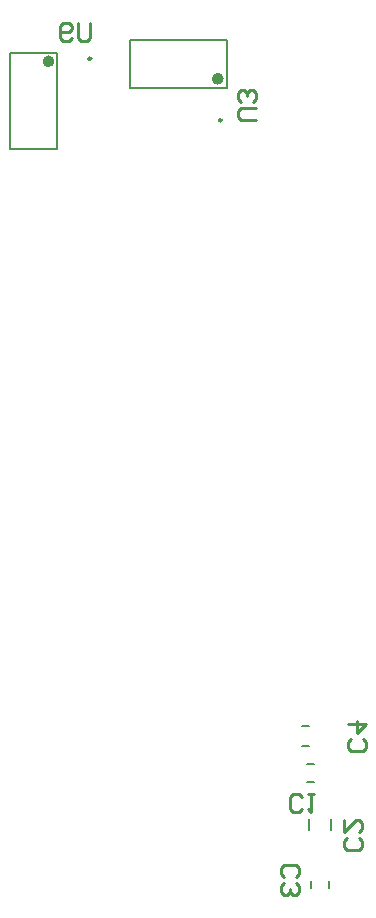
<source format=gbr>
G04*
G04 #@! TF.GenerationSoftware,Altium Limited,Altium Designer,22.11.1 (43)*
G04*
G04 Layer_Color=32896*
%FSLAX44Y44*%
%MOMM*%
G71*
G04*
G04 #@! TF.SameCoordinates,B6AE56F5-1224-44F4-9462-935C271CF011*
G04*
G04*
G04 #@! TF.FilePolarity,Positive*
G04*
G01*
G75*
%ADD10C,0.5000*%
%ADD11C,0.2500*%
%ADD12C,0.2000*%
%ADD13C,0.2540*%
D10*
X589000Y1700513D02*
G03*
X589000Y1700513I-2500J0D01*
G01*
X445739Y1715250D02*
G03*
X445739Y1715250I-2500J0D01*
G01*
D11*
X590000Y1665484D02*
G03*
X590000Y1665484I-1250J0D01*
G01*
X479517Y1717500D02*
G03*
X479517Y1717500I-1250J0D01*
G01*
D12*
X662000Y1120500D02*
X668000D01*
X662000Y1105500D02*
X668000D01*
X682031Y1064515D02*
Y1073485D01*
X663969Y1064515D02*
Y1073485D01*
X680500Y1015000D02*
Y1021000D01*
X665500Y1015000D02*
Y1021000D01*
X658000Y1135500D02*
X664000D01*
X658000Y1152500D02*
X664000D01*
X512000Y1693013D02*
X594000D01*
X512000D02*
Y1732987D01*
X594000D01*
Y1693013D02*
Y1732987D01*
X450739Y1640750D02*
Y1722750D01*
X410764Y1640750D02*
X450739D01*
X410764D02*
Y1722750D01*
X450739D01*
D13*
X658012Y1082397D02*
X655472Y1079858D01*
X650394D01*
X647855Y1082397D01*
Y1092554D01*
X650394Y1095093D01*
X655472D01*
X658012Y1092554D01*
X663090Y1095093D02*
X668168D01*
X665629D01*
Y1079858D01*
X663090Y1082397D01*
X705889Y1057694D02*
X708428Y1055154D01*
Y1050076D01*
X705889Y1047537D01*
X695732D01*
X693193Y1050076D01*
Y1055154D01*
X695732Y1057694D01*
X693193Y1072929D02*
Y1062772D01*
X703350Y1072929D01*
X705889D01*
X708428Y1070390D01*
Y1065311D01*
X705889Y1062772D01*
X642397Y1024988D02*
X639858Y1027527D01*
Y1032606D01*
X642397Y1035145D01*
X652554D01*
X655093Y1032606D01*
Y1027527D01*
X652554Y1024988D01*
X642397Y1019910D02*
X639858Y1017371D01*
Y1012292D01*
X642397Y1009753D01*
X644936D01*
X647475Y1012292D01*
Y1014831D01*
Y1012292D01*
X650015Y1009753D01*
X652554D01*
X655093Y1012292D01*
Y1017371D01*
X652554Y1019910D01*
X709129Y1141838D02*
X711668Y1139298D01*
Y1134220D01*
X709129Y1131681D01*
X698972D01*
X696433Y1134220D01*
Y1139298D01*
X698972Y1141838D01*
X696433Y1154534D02*
X711668D01*
X704051Y1146916D01*
Y1157073D01*
X478122Y1747658D02*
Y1734962D01*
X475583Y1732423D01*
X470505D01*
X467966Y1734962D01*
Y1747658D01*
X462887Y1734962D02*
X460348Y1732423D01*
X455270D01*
X452731Y1734962D01*
Y1745119D01*
X455270Y1747658D01*
X460348D01*
X462887Y1745119D01*
Y1742580D01*
X460348Y1740040D01*
X452731D01*
X618908Y1665629D02*
X606212D01*
X603673Y1668168D01*
Y1673246D01*
X606212Y1675786D01*
X618908D01*
X616369Y1680864D02*
X618908Y1683403D01*
Y1688482D01*
X616369Y1691021D01*
X613830D01*
X611291Y1688482D01*
Y1685942D01*
Y1688482D01*
X608751Y1691021D01*
X606212D01*
X603673Y1688482D01*
Y1683403D01*
X606212Y1680864D01*
M02*

</source>
